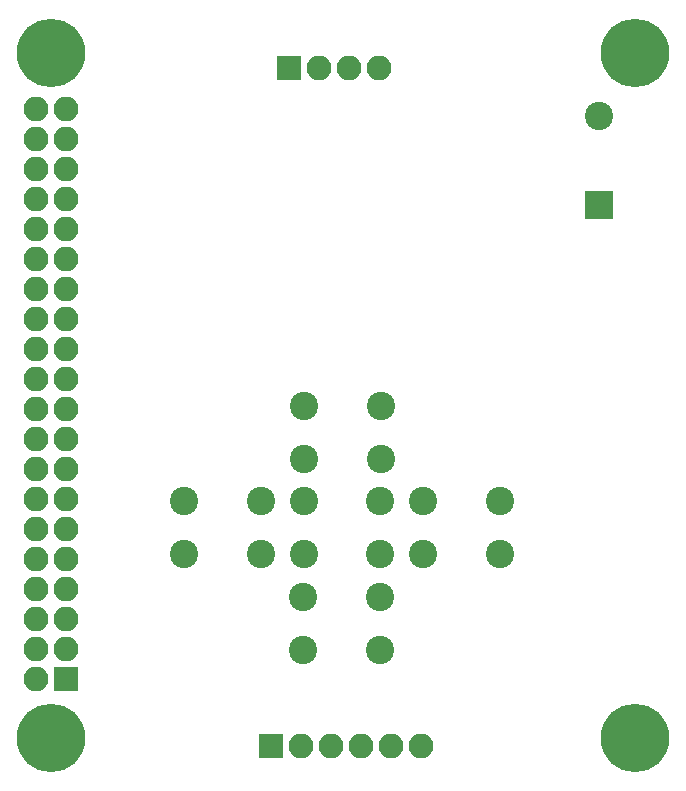
<source format=gbr>
G04 #@! TF.FileFunction,Soldermask,Bot*
%FSLAX46Y46*%
G04 Gerber Fmt 4.6, Leading zero omitted, Abs format (unit mm)*
G04 Created by KiCad (PCBNEW 4.0.7) date 07/29/18 11:18:04*
%MOMM*%
%LPD*%
G01*
G04 APERTURE LIST*
%ADD10C,0.100000*%
%ADD11R,2.100000X2.100000*%
%ADD12O,2.100000X2.100000*%
%ADD13C,2.400000*%
%ADD14C,5.800000*%
%ADD15C,1.200000*%
%ADD16R,2.400000X2.400000*%
G04 APERTURE END LIST*
D10*
D11*
X107175300Y-142227300D03*
D12*
X109715300Y-142227300D03*
X112255300Y-142227300D03*
X114795300Y-142227300D03*
X117335300Y-142227300D03*
X119875300Y-142227300D03*
D11*
X108686600Y-84747100D03*
D12*
X111226600Y-84747100D03*
X113766600Y-84747100D03*
X116306600Y-84747100D03*
D13*
X109915960Y-125927240D03*
X109915960Y-121427240D03*
X116415960Y-125927240D03*
X116415960Y-121427240D03*
X109971840Y-117880520D03*
X109971840Y-113380520D03*
X116471840Y-117880520D03*
X116471840Y-113380520D03*
X109880400Y-134040000D03*
X109880400Y-129540000D03*
X116380400Y-134040000D03*
X116380400Y-129540000D03*
X99801680Y-125927240D03*
X99801680Y-121427240D03*
X106301680Y-125927240D03*
X106301680Y-121427240D03*
X120045480Y-125947560D03*
X120045480Y-121447560D03*
X126545480Y-125947560D03*
X126545480Y-121447560D03*
D11*
X89834720Y-136489440D03*
D12*
X87294720Y-136489440D03*
X89834720Y-133949440D03*
X87294720Y-133949440D03*
X89834720Y-131409440D03*
X87294720Y-131409440D03*
X89834720Y-128869440D03*
X87294720Y-128869440D03*
X89834720Y-126329440D03*
X87294720Y-126329440D03*
X89834720Y-123789440D03*
X87294720Y-123789440D03*
X89834720Y-121249440D03*
X87294720Y-121249440D03*
X89834720Y-118709440D03*
X87294720Y-118709440D03*
X89834720Y-116169440D03*
X87294720Y-116169440D03*
X89834720Y-113629440D03*
X87294720Y-113629440D03*
X89834720Y-111089440D03*
X87294720Y-111089440D03*
X89834720Y-108549440D03*
X87294720Y-108549440D03*
X89834720Y-106009440D03*
X87294720Y-106009440D03*
X89834720Y-103469440D03*
X87294720Y-103469440D03*
X89834720Y-100929440D03*
X87294720Y-100929440D03*
X89834720Y-98389440D03*
X87294720Y-98389440D03*
X89834720Y-95849440D03*
X87294720Y-95849440D03*
X89834720Y-93309440D03*
X87294720Y-93309440D03*
X89834720Y-90769440D03*
X87294720Y-90769440D03*
X89834720Y-88229440D03*
X87294720Y-88229440D03*
D14*
X88500000Y-141500000D03*
D15*
X90525000Y-141500000D03*
X89931891Y-142931891D03*
X88500000Y-143525000D03*
X87068109Y-142931891D03*
X86475000Y-141500000D03*
X87068109Y-140068109D03*
X88500000Y-139475000D03*
X89931891Y-140068109D03*
D14*
X138000000Y-141500000D03*
D15*
X140025000Y-141500000D03*
X139431891Y-142931891D03*
X138000000Y-143525000D03*
X136568109Y-142931891D03*
X135975000Y-141500000D03*
X136568109Y-140068109D03*
X138000000Y-139475000D03*
X139431891Y-140068109D03*
D14*
X138000000Y-83500000D03*
D15*
X140025000Y-83500000D03*
X139431891Y-84931891D03*
X138000000Y-85525000D03*
X136568109Y-84931891D03*
X135975000Y-83500000D03*
X136568109Y-82068109D03*
X138000000Y-81475000D03*
X139431891Y-82068109D03*
D14*
X88500000Y-83500000D03*
D15*
X90525000Y-83500000D03*
X89931891Y-84931891D03*
X88500000Y-85525000D03*
X87068109Y-84931891D03*
X86475000Y-83500000D03*
X87068109Y-82068109D03*
X88500000Y-81475000D03*
X89931891Y-82068109D03*
D16*
X134950000Y-96420000D03*
D13*
X134950000Y-88820000D03*
M02*

</source>
